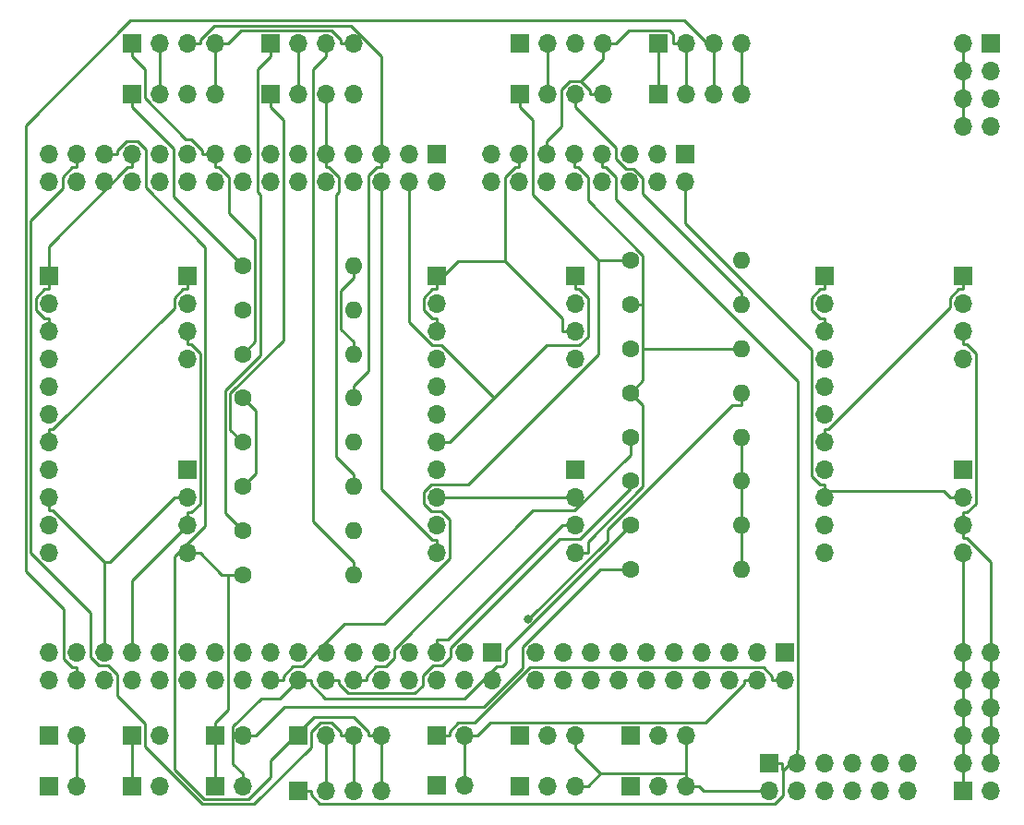
<source format=gbl>
G04 #@! TF.GenerationSoftware,KiCad,Pcbnew,8.0.4*
G04 #@! TF.CreationDate,2024-11-25T17:41:29+09:00*
G04 #@! TF.ProjectId,F767ZI_MB_V1.0,46373637-5a49-45f4-9d42-5f56312e302e,rev?*
G04 #@! TF.SameCoordinates,Original*
G04 #@! TF.FileFunction,Copper,L2,Bot*
G04 #@! TF.FilePolarity,Positive*
%FSLAX46Y46*%
G04 Gerber Fmt 4.6, Leading zero omitted, Abs format (unit mm)*
G04 Created by KiCad (PCBNEW 8.0.4) date 2024-11-25 17:41:29*
%MOMM*%
%LPD*%
G01*
G04 APERTURE LIST*
G04 #@! TA.AperFunction,ComponentPad*
%ADD10R,1.700000X1.700000*%
G04 #@! TD*
G04 #@! TA.AperFunction,ComponentPad*
%ADD11O,1.700000X1.700000*%
G04 #@! TD*
G04 #@! TA.AperFunction,ComponentPad*
%ADD12C,1.600000*%
G04 #@! TD*
G04 #@! TA.AperFunction,ComponentPad*
%ADD13O,1.600000X1.600000*%
G04 #@! TD*
G04 #@! TA.AperFunction,ViaPad*
%ADD14C,0.800000*%
G04 #@! TD*
G04 #@! TA.AperFunction,Conductor*
%ADD15C,0.250000*%
G04 #@! TD*
G04 APERTURE END LIST*
D10*
X91440000Y-87386000D03*
D11*
X91440000Y-89926000D03*
X91440000Y-92466000D03*
X91440000Y-95006000D03*
D10*
X162560000Y-105166000D03*
D11*
X162560000Y-107706000D03*
X162560000Y-110246000D03*
X162560000Y-112786000D03*
D10*
X93980000Y-129540000D03*
D11*
X96520000Y-129540000D03*
D10*
X121920000Y-70690000D03*
D11*
X124460000Y-70690000D03*
X127000000Y-70690000D03*
X129540000Y-70690000D03*
D10*
X144780000Y-132080000D03*
D11*
X144780000Y-134620000D03*
X147320000Y-132080000D03*
X147320000Y-134620000D03*
X149860000Y-132080000D03*
X149860000Y-134620000D03*
X152400000Y-132080000D03*
X152400000Y-134620000D03*
X154940000Y-132080000D03*
X154940000Y-134620000D03*
X157480000Y-132080000D03*
X157480000Y-134620000D03*
D12*
X96520000Y-86426000D03*
D13*
X106680000Y-86426000D03*
D10*
X121920000Y-134190000D03*
D11*
X124460000Y-134190000D03*
X127000000Y-134190000D03*
D12*
X96520000Y-102626000D03*
D13*
X106680000Y-102626000D03*
D10*
X134620000Y-66040000D03*
D11*
X137160000Y-66040000D03*
X139700000Y-66040000D03*
X142240000Y-66040000D03*
D10*
X149860000Y-87386000D03*
D11*
X149860000Y-89926000D03*
X149860000Y-92466000D03*
X149860000Y-95006000D03*
X149860000Y-97546000D03*
X149860000Y-100086000D03*
X149860000Y-102626000D03*
X149860000Y-105166000D03*
X149860000Y-107706000D03*
X149860000Y-110246000D03*
X149860000Y-112786000D03*
D10*
X86360000Y-129540000D03*
D11*
X88900000Y-129540000D03*
D10*
X121920000Y-129540000D03*
D11*
X124460000Y-129540000D03*
X127000000Y-129540000D03*
D12*
X132080000Y-106196000D03*
D13*
X142240000Y-106196000D03*
D12*
X132080000Y-98096000D03*
D13*
X142240000Y-98096000D03*
D10*
X114300000Y-134140000D03*
D11*
X116840000Y-134140000D03*
D10*
X162560000Y-134620000D03*
D11*
X165100000Y-134620000D03*
X162560000Y-132080000D03*
X165100000Y-132080000D03*
X162560000Y-129540000D03*
X165100000Y-129540000D03*
X162560000Y-127000000D03*
X165100000Y-127000000D03*
X162560000Y-124460000D03*
X165100000Y-124460000D03*
X162560000Y-121920000D03*
X165100000Y-121920000D03*
D10*
X165100000Y-66040000D03*
D11*
X162560000Y-66040000D03*
X165100000Y-68580000D03*
X162560000Y-68580000D03*
X165100000Y-71120000D03*
X162560000Y-71120000D03*
X165100000Y-73660000D03*
X162560000Y-73660000D03*
D12*
X132080000Y-102146000D03*
D13*
X142240000Y-102146000D03*
D12*
X96520000Y-106676000D03*
D13*
X106680000Y-106676000D03*
D12*
X132080000Y-110246000D03*
D13*
X142240000Y-110246000D03*
D10*
X101600000Y-134620000D03*
D11*
X104140000Y-134620000D03*
X106680000Y-134620000D03*
X109220000Y-134620000D03*
D10*
X101600000Y-129540000D03*
D11*
X104140000Y-129540000D03*
X106680000Y-129540000D03*
X109220000Y-129540000D03*
D10*
X114300000Y-87386000D03*
D11*
X114300000Y-89926000D03*
X114300000Y-92466000D03*
X114300000Y-95006000D03*
X114300000Y-97546000D03*
X114300000Y-100086000D03*
X114300000Y-102626000D03*
X114300000Y-105166000D03*
X114300000Y-107706000D03*
X114300000Y-110246000D03*
X114300000Y-112786000D03*
D10*
X86360000Y-66040000D03*
D11*
X88900000Y-66040000D03*
X91440000Y-66040000D03*
X93980000Y-66040000D03*
D12*
X132080000Y-85946000D03*
D13*
X142240000Y-85946000D03*
D12*
X96520000Y-114776000D03*
D13*
X106680000Y-114776000D03*
D10*
X121920000Y-66040000D03*
D11*
X124460000Y-66040000D03*
X127000000Y-66040000D03*
X129540000Y-66040000D03*
D12*
X96520000Y-98576000D03*
D13*
X106680000Y-98576000D03*
D10*
X99060000Y-70690000D03*
D11*
X101600000Y-70690000D03*
X104140000Y-70690000D03*
X106680000Y-70690000D03*
D10*
X127000000Y-105166000D03*
D11*
X127000000Y-107706000D03*
X127000000Y-110246000D03*
X127000000Y-112786000D03*
D10*
X162560000Y-87386000D03*
D11*
X162560000Y-89926000D03*
X162560000Y-92466000D03*
X162560000Y-95006000D03*
D10*
X134620000Y-70690000D03*
D11*
X137160000Y-70690000D03*
X139700000Y-70690000D03*
X142240000Y-70690000D03*
D10*
X91440000Y-105166000D03*
D11*
X91440000Y-107706000D03*
X91440000Y-110246000D03*
X91440000Y-112786000D03*
D12*
X132080000Y-114296000D03*
D13*
X142240000Y-114296000D03*
D12*
X132080000Y-89996000D03*
D13*
X142240000Y-89996000D03*
D12*
X96520000Y-94526000D03*
D13*
X106680000Y-94526000D03*
D10*
X93980000Y-134190000D03*
D11*
X96520000Y-134190000D03*
D10*
X86360000Y-70690000D03*
D11*
X88900000Y-70690000D03*
X91440000Y-70690000D03*
X93980000Y-70690000D03*
D10*
X132080000Y-129540000D03*
D11*
X134620000Y-129540000D03*
X137160000Y-129540000D03*
D10*
X132080000Y-134190000D03*
D11*
X134620000Y-134190000D03*
X137160000Y-134190000D03*
D10*
X78740000Y-134190000D03*
D11*
X81280000Y-134190000D03*
D10*
X86360000Y-134190000D03*
D11*
X88900000Y-134190000D03*
D12*
X96520000Y-90476000D03*
D13*
X106680000Y-90476000D03*
D10*
X78740000Y-87386000D03*
D11*
X78740000Y-89926000D03*
X78740000Y-92466000D03*
X78740000Y-95006000D03*
X78740000Y-97546000D03*
X78740000Y-100086000D03*
X78740000Y-102626000D03*
X78740000Y-105166000D03*
X78740000Y-107706000D03*
X78740000Y-110246000D03*
X78740000Y-112786000D03*
D10*
X78740000Y-129540000D03*
D11*
X81280000Y-129540000D03*
D10*
X114300000Y-129540000D03*
D11*
X116840000Y-129540000D03*
D10*
X99060000Y-66040000D03*
D11*
X101600000Y-66040000D03*
X104140000Y-66040000D03*
X106680000Y-66040000D03*
D12*
X96520000Y-110726000D03*
D13*
X106680000Y-110726000D03*
D10*
X127000000Y-87386000D03*
D11*
X127000000Y-89926000D03*
X127000000Y-92466000D03*
X127000000Y-95006000D03*
D12*
X132080000Y-94046000D03*
D13*
X142240000Y-94046000D03*
D10*
X146240000Y-121920000D03*
D11*
X146240000Y-124460000D03*
X143700000Y-121920000D03*
X143700000Y-124460000D03*
X141160000Y-121920000D03*
X141160000Y-124460000D03*
X138620000Y-121920000D03*
X138620000Y-124460000D03*
X136080000Y-121920000D03*
X136080000Y-124460000D03*
X133540000Y-121920000D03*
X133540000Y-124460000D03*
X131000000Y-121920000D03*
X131000000Y-124460000D03*
X128460000Y-121920000D03*
X128460000Y-124460000D03*
X125920000Y-121920000D03*
X125920000Y-124460000D03*
X123380000Y-121920000D03*
X123380000Y-124460000D03*
D10*
X119380000Y-121920000D03*
D11*
X119380000Y-124460000D03*
X116840000Y-121920000D03*
X116840000Y-124460000D03*
X114300000Y-121920000D03*
X114300000Y-124460000D03*
X111760000Y-121920000D03*
X111760000Y-124460000D03*
X109220000Y-121920000D03*
X109220000Y-124460000D03*
X106680000Y-121920000D03*
X106680000Y-124460000D03*
X104140000Y-121920000D03*
X104140000Y-124460000D03*
X101600000Y-121920000D03*
X101600000Y-124460000D03*
X99060000Y-121920000D03*
X99060000Y-124460000D03*
X96520000Y-121920000D03*
X96520000Y-124460000D03*
X93980000Y-121920000D03*
X93980000Y-124460000D03*
X91440000Y-121920000D03*
X91440000Y-124460000D03*
X88900000Y-121920000D03*
X88900000Y-124460000D03*
X86360000Y-121920000D03*
X86360000Y-124460000D03*
X83820000Y-121920000D03*
X83820000Y-124460000D03*
X81280000Y-121920000D03*
X81280000Y-124460000D03*
X78740000Y-121920000D03*
X78740000Y-124460000D03*
D10*
X137080000Y-76200000D03*
D11*
X137080000Y-78740000D03*
X134540000Y-76200000D03*
X134540000Y-78740000D03*
X132000000Y-76200000D03*
X132000000Y-78740000D03*
X129460000Y-76200000D03*
X129460000Y-78740000D03*
X126920000Y-76200000D03*
X126920000Y-78740000D03*
X124380000Y-76200000D03*
X124380000Y-78740000D03*
X121840000Y-76200000D03*
X121840000Y-78740000D03*
X119300000Y-76200000D03*
X119300000Y-78740000D03*
D10*
X114300000Y-76200000D03*
D11*
X114300000Y-78740000D03*
X111760000Y-76200000D03*
X111760000Y-78740000D03*
X109220000Y-76200000D03*
X109220000Y-78740000D03*
X106680000Y-76200000D03*
X106680000Y-78740000D03*
X104140000Y-76200000D03*
X104140000Y-78740000D03*
X101600000Y-76200000D03*
X101600000Y-78740000D03*
X99060000Y-76200000D03*
X99060000Y-78740000D03*
X96520000Y-76200000D03*
X96520000Y-78740000D03*
X93980000Y-76200000D03*
X93980000Y-78740000D03*
X91440000Y-76200000D03*
X91440000Y-78740000D03*
X88900000Y-76200000D03*
X88900000Y-78740000D03*
X86360000Y-76200000D03*
X86360000Y-78740000D03*
X83820000Y-76200000D03*
X83820000Y-78740000D03*
X81280000Y-76200000D03*
X81280000Y-78740000D03*
X78740000Y-76200000D03*
X78740000Y-78740000D03*
D14*
X122701700Y-118896100D03*
D15*
X109220000Y-106898100D02*
X109220000Y-78740000D01*
X113932800Y-111610900D02*
X109220000Y-106898100D01*
X114300000Y-111610900D02*
X113932800Y-111610900D01*
X114300000Y-112786000D02*
X114300000Y-111610900D01*
X114300000Y-102626000D02*
X115475100Y-102626000D01*
X127000000Y-87386000D02*
X127000000Y-88561100D01*
X111760000Y-91629600D02*
X111760000Y-78740000D01*
X113866400Y-93736000D02*
X111760000Y-91629600D01*
X114771300Y-93736000D02*
X113866400Y-93736000D01*
X119568200Y-98532900D02*
X114771300Y-93736000D01*
X115475100Y-102626000D02*
X119568200Y-98532900D01*
X127367300Y-88561100D02*
X127000000Y-88561100D01*
X128175100Y-89368900D02*
X127367300Y-88561100D01*
X128175100Y-92956500D02*
X128175100Y-89368900D01*
X127395600Y-93736000D02*
X128175100Y-92956500D01*
X124365100Y-93736000D02*
X127395600Y-93736000D01*
X119568200Y-98532900D02*
X124365100Y-93736000D01*
X143700000Y-124460000D02*
X142524900Y-124460000D01*
X116840000Y-134140000D02*
X116840000Y-129540000D01*
X142524900Y-124825200D02*
X142524900Y-124460000D01*
X138985200Y-128364900D02*
X142524900Y-124825200D01*
X119190200Y-128364900D02*
X138985200Y-128364900D01*
X118015100Y-129540000D02*
X119190200Y-128364900D01*
X116840000Y-129540000D02*
X118015100Y-129540000D01*
X114300000Y-107706000D02*
X127000000Y-107706000D01*
X145064900Y-124094800D02*
X145064900Y-124460000D01*
X144254900Y-123284800D02*
X145064900Y-124094800D01*
X122893100Y-123284800D02*
X144254900Y-123284800D01*
X117813000Y-128364900D02*
X122893100Y-123284800D01*
X116282900Y-128364900D02*
X117813000Y-128364900D01*
X115475100Y-129172700D02*
X116282900Y-128364900D01*
X115475100Y-129540000D02*
X115475100Y-129172700D01*
X114300000Y-129540000D02*
X115475100Y-129540000D01*
X146240000Y-124460000D02*
X145064900Y-124460000D01*
X150225200Y-101450900D02*
X149860000Y-101450900D01*
X161384900Y-90291200D02*
X150225200Y-101450900D01*
X161384900Y-89368900D02*
X161384900Y-90291200D01*
X162192700Y-88561100D02*
X161384900Y-89368900D01*
X162560000Y-88561100D02*
X162192700Y-88561100D01*
X162560000Y-87386000D02*
X162560000Y-88561100D01*
X149860000Y-102626000D02*
X149860000Y-101450900D01*
X91072700Y-88561100D02*
X91440000Y-88561100D01*
X90264900Y-89368900D02*
X91072700Y-88561100D01*
X90264900Y-90293300D02*
X90264900Y-89368900D01*
X79107300Y-101450900D02*
X90264900Y-90293300D01*
X78740000Y-101450900D02*
X79107300Y-101450900D01*
X78740000Y-102626000D02*
X78740000Y-101450900D01*
X91440000Y-87386000D02*
X91440000Y-88561100D01*
X137080000Y-82539300D02*
X137080000Y-78740000D01*
X148684900Y-94144200D02*
X137080000Y-82539300D01*
X148684900Y-105723100D02*
X148684900Y-94144200D01*
X149492700Y-106530900D02*
X148684900Y-105723100D01*
X149860000Y-106530900D02*
X149492700Y-106530900D01*
X149860000Y-107706000D02*
X149860000Y-107118400D01*
X149860000Y-107118400D02*
X149860000Y-106530900D01*
X160797300Y-107118400D02*
X161384900Y-107706000D01*
X149860000Y-107118400D02*
X160797300Y-107118400D01*
X162560000Y-107706000D02*
X161384900Y-107706000D01*
X78740000Y-107706000D02*
X78740000Y-108881100D01*
X84377000Y-113593900D02*
X83820000Y-113593900D01*
X90264900Y-107706000D02*
X84377000Y-113593900D01*
X79107200Y-108881100D02*
X83820000Y-113593900D01*
X78740000Y-108881100D02*
X79107200Y-108881100D01*
X83820000Y-113593900D02*
X83820000Y-121920000D01*
X91440000Y-107706000D02*
X90264900Y-107706000D01*
X101600000Y-124460000D02*
X102775100Y-124460000D01*
X99928800Y-126131200D02*
X101600000Y-124460000D01*
X98220400Y-126131200D02*
X99928800Y-126131200D01*
X95624300Y-128727300D02*
X98220400Y-126131200D01*
X95624300Y-132119200D02*
X95624300Y-128727300D01*
X96520000Y-133014900D02*
X95624300Y-132119200D01*
X96520000Y-134190000D02*
X96520000Y-133014900D01*
X102775100Y-124825300D02*
X102775100Y-124460000D01*
X104109000Y-126159200D02*
X102775100Y-124825300D01*
X116862700Y-126159200D02*
X104109000Y-126159200D01*
X119831900Y-123190000D02*
X116862700Y-126159200D01*
X120324300Y-123190000D02*
X119831900Y-123190000D01*
X120642700Y-122871600D02*
X120324300Y-123190000D01*
X120642700Y-121683300D02*
X120642700Y-122871600D01*
X132080000Y-110246000D02*
X120642700Y-121683300D01*
X107855100Y-124094700D02*
X107855100Y-124460000D01*
X108759800Y-123190000D02*
X107855100Y-124094700D01*
X109650900Y-123190000D02*
X108759800Y-123190000D01*
X110395200Y-122445700D02*
X109650900Y-123190000D01*
X110395200Y-121622400D02*
X110395200Y-122445700D01*
X123107600Y-108910000D02*
X110395200Y-121622400D01*
X126952600Y-108910000D02*
X123107600Y-108910000D01*
X132080000Y-103782600D02*
X126952600Y-108910000D01*
X132080000Y-102146000D02*
X132080000Y-103782600D01*
X106680000Y-124460000D02*
X107855100Y-124460000D01*
X105315100Y-124825300D02*
X105315100Y-124460000D01*
X106164900Y-125675100D02*
X105315100Y-124825300D01*
X112303600Y-125675100D02*
X106164900Y-125675100D01*
X113030000Y-124948700D02*
X112303600Y-125675100D01*
X113030000Y-124065900D02*
X113030000Y-124948700D01*
X114000700Y-123095200D02*
X113030000Y-124065900D01*
X114792900Y-123095200D02*
X114000700Y-123095200D01*
X115570000Y-122318100D02*
X114792900Y-123095200D01*
X115570000Y-121525800D02*
X115570000Y-122318100D01*
X125579800Y-111516000D02*
X115570000Y-121525800D01*
X127412600Y-111516000D02*
X125579800Y-111516000D01*
X132080000Y-106848600D02*
X127412600Y-111516000D01*
X132080000Y-106196000D02*
X132080000Y-106848600D01*
X104140000Y-124460000D02*
X105315100Y-124460000D01*
X100363800Y-126871300D02*
X97695100Y-129540000D01*
X118669900Y-126871300D02*
X100363800Y-126871300D01*
X122190700Y-123350500D02*
X118669900Y-126871300D01*
X122190700Y-121422300D02*
X122190700Y-123350500D01*
X129317000Y-114296000D02*
X122190700Y-121422300D01*
X132080000Y-114296000D02*
X129317000Y-114296000D01*
X96520000Y-129540000D02*
X97695100Y-129540000D01*
X139700000Y-66040000D02*
X139112500Y-66040000D01*
X139700000Y-66627500D02*
X139700000Y-70690000D01*
X139112500Y-66040000D02*
X139700000Y-66627500D01*
X81280000Y-124460000D02*
X81280000Y-123284900D01*
X137017800Y-63945300D02*
X139112500Y-66040000D01*
X86245200Y-63945300D02*
X137017800Y-63945300D01*
X76631300Y-73559200D02*
X86245200Y-63945300D01*
X76631300Y-114445300D02*
X76631300Y-73559200D01*
X80104900Y-117918900D02*
X76631300Y-114445300D01*
X80104900Y-122477100D02*
X80104900Y-117918900D01*
X80912700Y-123284900D02*
X80104900Y-122477100D01*
X81280000Y-123284900D02*
X80912700Y-123284900D01*
X142240000Y-70690000D02*
X142240000Y-66040000D01*
X142240000Y-98096000D02*
X142240000Y-99221100D01*
X129949400Y-111648400D02*
X122701700Y-118896100D01*
X129949400Y-110692800D02*
X129949400Y-111648400D01*
X141421100Y-99221100D02*
X129949400Y-110692800D01*
X142240000Y-99221100D02*
X141421100Y-99221100D01*
X121920000Y-70690000D02*
X121920000Y-71865100D01*
X99060000Y-124460000D02*
X100235100Y-124460000D01*
X129135300Y-85946000D02*
X132080000Y-85946000D01*
X123095100Y-79905800D02*
X129135300Y-85946000D01*
X123095100Y-73040200D02*
X123095100Y-79905800D01*
X121920000Y-71865100D02*
X123095100Y-73040200D01*
X100235100Y-124094700D02*
X100235100Y-124460000D01*
X101139800Y-123190000D02*
X100235100Y-124094700D01*
X102021300Y-123190000D02*
X101139800Y-123190000D01*
X102775200Y-122436100D02*
X102021300Y-123190000D01*
X102775200Y-122328300D02*
X102775200Y-122436100D01*
X105826800Y-119276700D02*
X102775200Y-122328300D01*
X109525400Y-119276700D02*
X105826800Y-119276700D01*
X115501300Y-113300800D02*
X109525400Y-119276700D01*
X115501300Y-109714200D02*
X115501300Y-113300800D01*
X114763100Y-108976000D02*
X115501300Y-109714200D01*
X113847400Y-108976000D02*
X114763100Y-108976000D01*
X113117300Y-108245900D02*
X113847400Y-108976000D01*
X113117300Y-107173300D02*
X113117300Y-108245900D01*
X113780900Y-106509700D02*
X113117300Y-107173300D01*
X117161400Y-106509700D02*
X113780900Y-106509700D01*
X129135300Y-94535800D02*
X117161400Y-106509700D01*
X129135300Y-85946000D02*
X129135300Y-94535800D01*
X133221000Y-79851900D02*
X142240000Y-88870900D01*
X133221000Y-78375200D02*
X133221000Y-79851900D01*
X132382700Y-77536900D02*
X133221000Y-78375200D01*
X131672800Y-77536900D02*
X132382700Y-77536900D01*
X130729800Y-76593900D02*
X131672800Y-77536900D01*
X130729800Y-75594900D02*
X130729800Y-76593900D01*
X127000000Y-71865100D02*
X130729800Y-75594900D01*
X127000000Y-70690000D02*
X127000000Y-71865100D01*
X142240000Y-89996000D02*
X142240000Y-88870900D01*
X102933200Y-109904100D02*
X106680000Y-113650900D01*
X102933200Y-68421900D02*
X102933200Y-109904100D01*
X104140000Y-67215100D02*
X102933200Y-68421900D01*
X104140000Y-66040000D02*
X104140000Y-67215100D01*
X106680000Y-114776000D02*
X106680000Y-113650900D01*
X99060000Y-66040000D02*
X99060000Y-67215100D01*
X94913700Y-109119700D02*
X96520000Y-110726000D01*
X94913700Y-97877300D02*
X94913700Y-109119700D01*
X98132100Y-94658900D02*
X94913700Y-97877300D01*
X98132100Y-79937200D02*
X98132100Y-94658900D01*
X97884800Y-79689900D02*
X98132100Y-79937200D01*
X97884800Y-68390300D02*
X97884800Y-79689900D01*
X99060000Y-67215100D02*
X97884800Y-68390300D01*
X100235100Y-73040200D02*
X99060000Y-71865100D01*
X100235100Y-93269800D02*
X100235100Y-73040200D01*
X95363800Y-98141100D02*
X100235100Y-93269800D01*
X95363800Y-101469800D02*
X95363800Y-98141100D01*
X96520000Y-102626000D02*
X95363800Y-101469800D01*
X99060000Y-70690000D02*
X99060000Y-71865100D01*
X104140000Y-70690000D02*
X104140000Y-76200000D01*
X104140000Y-76200000D02*
X104140000Y-77375100D01*
X106680000Y-106676000D02*
X106680000Y-105550900D01*
X105075300Y-103946200D02*
X106680000Y-105550900D01*
X105075300Y-79937600D02*
X105075300Y-103946200D01*
X105331900Y-79681000D02*
X105075300Y-79937600D01*
X105331900Y-78291600D02*
X105331900Y-79681000D01*
X104415400Y-77375100D02*
X105331900Y-78291600D01*
X104140000Y-77375100D02*
X104415400Y-77375100D01*
X106680000Y-98576000D02*
X106680000Y-97450900D01*
X108044900Y-96086000D02*
X106680000Y-97450900D01*
X108044900Y-78182900D02*
X108044900Y-96086000D01*
X108852700Y-77375100D02*
X108044900Y-78182900D01*
X109220000Y-77375100D02*
X108852700Y-77375100D01*
X109220000Y-76200000D02*
X109220000Y-77375100D01*
X109220000Y-67179300D02*
X109220000Y-76200000D01*
X106436200Y-64395500D02*
X109220000Y-67179300D01*
X93892400Y-64395500D02*
X106436200Y-64395500D01*
X92615100Y-65672800D02*
X93892400Y-64395500D01*
X92615100Y-66040000D02*
X92615100Y-65672800D01*
X91440000Y-66040000D02*
X92615100Y-66040000D01*
X94345200Y-77375100D02*
X93980000Y-77375100D01*
X95250000Y-78279900D02*
X94345200Y-77375100D01*
X95250000Y-81603500D02*
X95250000Y-78279900D01*
X97659900Y-84013400D02*
X95250000Y-81603500D01*
X97659900Y-93386100D02*
X97659900Y-84013400D01*
X96520000Y-94526000D02*
X97659900Y-93386100D01*
X93980000Y-76200000D02*
X93980000Y-77375100D01*
X92804900Y-75834800D02*
X92804900Y-76200000D01*
X91779900Y-74809800D02*
X92804900Y-75834800D01*
X91326800Y-74809800D02*
X91779900Y-74809800D01*
X87535100Y-71018100D02*
X91326800Y-74809800D01*
X87535100Y-68390200D02*
X87535100Y-71018100D01*
X86360000Y-67215100D02*
X87535100Y-68390200D01*
X86360000Y-66040000D02*
X86360000Y-67215100D01*
X93980000Y-76200000D02*
X92804900Y-76200000D01*
X90170000Y-80076000D02*
X96520000Y-86426000D01*
X90170000Y-75675100D02*
X90170000Y-80076000D01*
X86360000Y-71865100D02*
X90170000Y-75675100D01*
X86360000Y-70690000D02*
X86360000Y-71865100D01*
X109220000Y-134620000D02*
X109220000Y-129540000D01*
X109220000Y-129540000D02*
X108044900Y-129540000D01*
X83820000Y-76200000D02*
X84995100Y-76200000D01*
X84995100Y-75834700D02*
X84995100Y-76200000D01*
X85827100Y-75002700D02*
X84995100Y-75834700D01*
X86879900Y-75002700D02*
X85827100Y-75002700D01*
X87630000Y-75752800D02*
X86879900Y-75002700D01*
X87630000Y-79272800D02*
X87630000Y-75752800D01*
X93065600Y-84708400D02*
X87630000Y-79272800D01*
X93065600Y-110292200D02*
X93065600Y-84708400D01*
X90239200Y-113118600D02*
X93065600Y-110292200D01*
X90239200Y-132646700D02*
X90239200Y-113118600D01*
X92957700Y-135365200D02*
X90239200Y-132646700D01*
X97042500Y-135365200D02*
X92957700Y-135365200D01*
X99046900Y-133360800D02*
X97042500Y-135365200D01*
X99046900Y-131818500D02*
X99046900Y-133360800D01*
X103018500Y-127846900D02*
X99046900Y-131818500D01*
X106719000Y-127846900D02*
X103018500Y-127846900D01*
X108044900Y-129172800D02*
X106719000Y-127846900D01*
X108044900Y-129540000D02*
X108044900Y-129172800D01*
X106680000Y-134620000D02*
X106680000Y-129540000D01*
X80914700Y-77375100D02*
X81280000Y-77375100D01*
X80010000Y-78279800D02*
X80914700Y-77375100D01*
X80010000Y-79370000D02*
X80010000Y-78279800D01*
X77081500Y-82298500D02*
X80010000Y-79370000D01*
X77081500Y-112789300D02*
X77081500Y-82298500D01*
X82550000Y-118257800D02*
X77081500Y-112789300D01*
X82550000Y-122350900D02*
X82550000Y-118257800D01*
X83294300Y-123095200D02*
X82550000Y-122350900D01*
X84156100Y-123095200D02*
X83294300Y-123095200D01*
X84995200Y-123934300D02*
X84156100Y-123095200D01*
X84995200Y-125933900D02*
X84995200Y-123934300D01*
X87535100Y-128473800D02*
X84995200Y-125933900D01*
X87535100Y-130579200D02*
X87535100Y-128473800D01*
X92775000Y-135819100D02*
X87535100Y-130579200D01*
X97559700Y-135819100D02*
X92775000Y-135819100D01*
X102775200Y-130603600D02*
X97559700Y-135819100D01*
X102775200Y-129217600D02*
X102775200Y-130603600D01*
X103628000Y-128364800D02*
X102775200Y-129217600D01*
X104696900Y-128364800D02*
X103628000Y-128364800D01*
X105504900Y-129172800D02*
X104696900Y-128364800D01*
X105504900Y-129540000D02*
X105504900Y-129172800D01*
X106680000Y-129540000D02*
X105504900Y-129540000D01*
X81280000Y-76200000D02*
X81280000Y-77375100D01*
X162560000Y-134620000D02*
X162560000Y-132080000D01*
X162560000Y-132080000D02*
X162560000Y-129540000D01*
X162560000Y-129540000D02*
X162560000Y-127000000D01*
X162560000Y-127000000D02*
X162560000Y-124460000D01*
X162560000Y-124460000D02*
X162560000Y-121920000D01*
X101600000Y-66040000D02*
X101600000Y-70690000D01*
X124460000Y-70690000D02*
X124460000Y-66040000D01*
X134620000Y-66040000D02*
X134620000Y-70690000D01*
X88900000Y-66040000D02*
X88900000Y-70690000D01*
X91440000Y-112786000D02*
X92615100Y-112786000D01*
X93980000Y-134190000D02*
X93980000Y-129540000D01*
X86360000Y-129540000D02*
X86360000Y-134190000D01*
X162560000Y-121920000D02*
X162560000Y-112786000D01*
X93980000Y-129540000D02*
X93980000Y-128364900D01*
X95169400Y-127175500D02*
X93980000Y-128364900D01*
X95169400Y-114776000D02*
X95169400Y-127175500D01*
X94605100Y-114776000D02*
X95169400Y-114776000D01*
X92615100Y-112786000D02*
X94605100Y-114776000D01*
X95169400Y-114776000D02*
X96520000Y-114776000D01*
X105525500Y-88705600D02*
X106680000Y-87551100D01*
X105525500Y-92246400D02*
X105525500Y-88705600D01*
X106680000Y-93400900D02*
X105525500Y-92246400D01*
X106680000Y-94526000D02*
X106680000Y-93400900D01*
X106680000Y-86426000D02*
X106680000Y-87551100D01*
X97713100Y-99769100D02*
X96520000Y-98576000D01*
X97713100Y-105482900D02*
X97713100Y-99769100D01*
X96520000Y-106676000D02*
X97713100Y-105482900D01*
X126920000Y-76200000D02*
X126920000Y-77375100D01*
X142240000Y-94046000D02*
X141114900Y-94046000D01*
X132080000Y-89996000D02*
X133205200Y-89996000D01*
X133205200Y-85479800D02*
X133205200Y-89996000D01*
X128190000Y-80464600D02*
X133205200Y-85479800D01*
X128190000Y-78279900D02*
X128190000Y-80464600D01*
X127285200Y-77375100D02*
X128190000Y-78279900D01*
X126920000Y-77375100D02*
X127285200Y-77375100D01*
X133205200Y-94046000D02*
X141114900Y-94046000D01*
X133205200Y-89996000D02*
X133205200Y-94046000D01*
X133205200Y-96970800D02*
X132080000Y-98096000D01*
X133205200Y-94046000D02*
X133205200Y-96970800D01*
X127000000Y-112786000D02*
X128175100Y-112786000D01*
X128175100Y-111720200D02*
X128175100Y-112786000D01*
X133223200Y-106672100D02*
X128175100Y-111720200D01*
X133223200Y-99239200D02*
X133223200Y-106672100D01*
X132080000Y-98096000D02*
X133223200Y-99239200D01*
X129825200Y-77375100D02*
X129460000Y-77375100D01*
X130730000Y-78279900D02*
X129825200Y-77375100D01*
X130730000Y-80370500D02*
X130730000Y-78279900D01*
X147415100Y-97055600D02*
X130730000Y-80370500D01*
X147415100Y-130809800D02*
X147415100Y-97055600D01*
X147320000Y-130904900D02*
X147415100Y-130809800D01*
X129460000Y-76200000D02*
X129460000Y-77375100D01*
X147320000Y-132080000D02*
X147320000Y-131492400D01*
X147320000Y-131492400D02*
X147320000Y-130904900D01*
X101600000Y-134620000D02*
X102775100Y-134620000D01*
X145955100Y-132667500D02*
X146050000Y-132762400D01*
X145955100Y-132080000D02*
X145955100Y-132667500D01*
X147320000Y-131492400D02*
X146050000Y-132762400D01*
X102775100Y-134987300D02*
X102775100Y-134620000D01*
X103582900Y-135795100D02*
X102775100Y-134987300D01*
X145291900Y-135795100D02*
X103582900Y-135795100D01*
X146050000Y-135037000D02*
X145291900Y-135795100D01*
X146050000Y-132762400D02*
X146050000Y-135037000D01*
X144780000Y-132080000D02*
X145955100Y-132080000D01*
X162560000Y-71120000D02*
X162560000Y-68580000D01*
X162560000Y-68580000D02*
X162560000Y-66040000D01*
X162560000Y-71120000D02*
X162560000Y-73660000D01*
X165100000Y-132080000D02*
X165100000Y-129540000D01*
X162560000Y-110246000D02*
X162560000Y-111421100D01*
X165100000Y-124460000D02*
X165100000Y-121920000D01*
X162925200Y-111421100D02*
X162560000Y-111421100D01*
X165100000Y-113595900D02*
X162925200Y-111421100D01*
X165100000Y-121920000D02*
X165100000Y-113595900D01*
X113932700Y-88561100D02*
X114300000Y-88561100D01*
X113124900Y-89368900D02*
X113932700Y-88561100D01*
X113124900Y-90483000D02*
X113124900Y-89368900D01*
X113932800Y-91290900D02*
X113124900Y-90483000D01*
X114300000Y-91290900D02*
X113932800Y-91290900D01*
X114300000Y-92466000D02*
X114300000Y-91290900D01*
X114300000Y-87386000D02*
X114300000Y-87973500D01*
X114300000Y-87973500D02*
X114300000Y-88561100D01*
X121840000Y-76200000D02*
X121840000Y-77375100D01*
X149492700Y-88561100D02*
X149860000Y-88561100D01*
X148684900Y-89368900D02*
X149492700Y-88561100D01*
X148684900Y-90483000D02*
X148684900Y-89368900D01*
X149492800Y-91290900D02*
X148684900Y-90483000D01*
X149860000Y-91290900D02*
X149492800Y-91290900D01*
X149860000Y-92466000D02*
X149860000Y-91290900D01*
X149860000Y-87386000D02*
X149860000Y-88561100D01*
X138765100Y-134620000D02*
X138335100Y-134190000D01*
X144780000Y-134620000D02*
X138765100Y-134620000D01*
X137160000Y-134190000D02*
X138335100Y-134190000D01*
X137160000Y-66040000D02*
X137160000Y-70690000D01*
X116237500Y-86036000D02*
X120570000Y-86036000D01*
X114300000Y-87973500D02*
X116237500Y-86036000D01*
X125824900Y-91290900D02*
X120570000Y-86036000D01*
X125824900Y-92466000D02*
X125824900Y-91290900D01*
X121474700Y-77375100D02*
X121840000Y-77375100D01*
X120570000Y-78279800D02*
X121474700Y-77375100D01*
X120570000Y-86036000D02*
X120570000Y-78279800D01*
X127000000Y-92466000D02*
X125824900Y-92466000D01*
X142240000Y-102146000D02*
X142240000Y-106196000D01*
X142240000Y-106196000D02*
X142240000Y-110246000D01*
X142240000Y-114296000D02*
X142240000Y-110246000D01*
X127000000Y-110246000D02*
X125824900Y-110246000D01*
X81280000Y-134190000D02*
X81280000Y-129540000D01*
X104140000Y-134620000D02*
X104140000Y-129540000D01*
X114300000Y-121920000D02*
X114300000Y-120744900D01*
X162925200Y-109070900D02*
X162560000Y-109070900D01*
X163735200Y-108260900D02*
X162925200Y-109070900D01*
X163735200Y-94449100D02*
X163735200Y-108260900D01*
X162927200Y-93641100D02*
X163735200Y-94449100D01*
X162560000Y-93641100D02*
X162927200Y-93641100D01*
X162560000Y-92466000D02*
X162560000Y-93641100D01*
X162560000Y-110246000D02*
X162560000Y-109070900D01*
X165100000Y-124460000D02*
X165100000Y-127000000D01*
X165100000Y-127000000D02*
X165100000Y-129540000D01*
X127000000Y-134190000D02*
X128175100Y-134190000D01*
X137160000Y-129540000D02*
X137160000Y-133008800D01*
X137160000Y-133008800D02*
X137160000Y-134190000D01*
X127000000Y-129540000D02*
X127000000Y-130715100D01*
X129325000Y-133040100D02*
X127000000Y-130715100D01*
X129356300Y-133008800D02*
X129325000Y-133040100D01*
X137160000Y-133008800D02*
X129356300Y-133008800D01*
X129325000Y-133040100D02*
X128175100Y-134190000D01*
X124380000Y-76200000D02*
X124380000Y-75024900D01*
X129540000Y-70690000D02*
X128364900Y-70690000D01*
X126510000Y-69489400D02*
X127529500Y-69489400D01*
X125730000Y-70269400D02*
X126510000Y-69489400D01*
X125730000Y-73674900D02*
X125730000Y-70269400D01*
X124380000Y-75024900D02*
X125730000Y-73674900D01*
X128364900Y-70324800D02*
X128364900Y-70690000D01*
X127529500Y-69489400D02*
X128364900Y-70324800D01*
X137160000Y-66040000D02*
X135984900Y-66040000D01*
X129540000Y-67478900D02*
X127529500Y-69489400D01*
X129540000Y-66040000D02*
X129540000Y-67478900D01*
X135984900Y-65209000D02*
X135984900Y-66040000D01*
X135640700Y-64864800D02*
X135984900Y-65209000D01*
X131890300Y-64864800D02*
X135640700Y-64864800D01*
X130715100Y-66040000D02*
X131890300Y-64864800D01*
X129540000Y-66040000D02*
X130715100Y-66040000D01*
X86360000Y-76200000D02*
X86360000Y-77375100D01*
X78740000Y-92466000D02*
X78740000Y-91290900D01*
X78372700Y-88561100D02*
X78740000Y-88561100D01*
X77564900Y-89368900D02*
X78372700Y-88561100D01*
X77564900Y-90483000D02*
X77564900Y-89368900D01*
X78372800Y-91290900D02*
X77564900Y-90483000D01*
X78740000Y-91290900D02*
X78372800Y-91290900D01*
X85994700Y-77375100D02*
X86360000Y-77375100D01*
X78740000Y-84629800D02*
X85994700Y-77375100D01*
X78740000Y-87386000D02*
X78740000Y-84629800D01*
X78740000Y-87386000D02*
X78740000Y-88561100D01*
X115326000Y-120744900D02*
X114300000Y-120744900D01*
X125824900Y-110246000D02*
X115326000Y-120744900D01*
X86360000Y-115326000D02*
X91440000Y-110246000D01*
X86360000Y-121920000D02*
X86360000Y-115326000D01*
X91805200Y-93641100D02*
X91440000Y-93641100D01*
X92615400Y-94451300D02*
X91805200Y-93641100D01*
X92615400Y-108262700D02*
X92615400Y-94451300D01*
X91807200Y-109070900D02*
X92615400Y-108262700D01*
X91440000Y-109070900D02*
X91807200Y-109070900D01*
X91440000Y-110246000D02*
X91440000Y-109070900D01*
X91440000Y-92466000D02*
X91440000Y-93641100D01*
X106680000Y-66040000D02*
X105504900Y-66040000D01*
X93980000Y-66040000D02*
X93980000Y-70690000D01*
X105504900Y-65674800D02*
X105504900Y-66040000D01*
X104688000Y-64857900D02*
X105504900Y-65674800D01*
X96337200Y-64857900D02*
X104688000Y-64857900D01*
X95155100Y-66040000D02*
X96337200Y-64857900D01*
X93980000Y-66040000D02*
X95155100Y-66040000D01*
M02*

</source>
